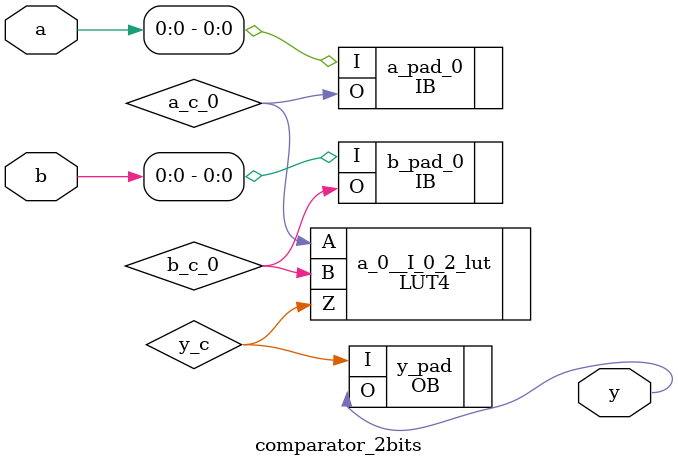
<source format=v>

module comparator_2bits (a, b, y) /* synthesis syn_module_defined=1 */ ;   // d:/rtl_fpga/vhdl/comparator_2bits/comparator_2bits.v(1[8:24])
    input [1:0]a;   // d:/rtl_fpga/vhdl/comparator_2bits/comparator_2bits.v(2[13:14])
    input [1:0]b;   // d:/rtl_fpga/vhdl/comparator_2bits/comparator_2bits.v(2[15:16])
    output y;   // d:/rtl_fpga/vhdl/comparator_2bits/comparator_2bits.v(3[8:9])
    
    
    wire a_c_0, b_c_0, y_c, VCC_net, GND_net;
    
    VHI i21 (.Z(VCC_net));
    VLO i26 (.Z(GND_net));
    OB y_pad (.I(y_c), .O(y));   // d:/rtl_fpga/vhdl/comparator_2bits/comparator_2bits.v(3[8:9])
    IB a_pad_0 (.I(a[0]), .O(a_c_0));   // d:/rtl_fpga/vhdl/comparator_2bits/comparator_2bits.v(2[13:14])
    IB b_pad_0 (.I(b[0]), .O(b_c_0));   // d:/rtl_fpga/vhdl/comparator_2bits/comparator_2bits.v(2[15:16])
    GSR GSR_INST (.GSR(VCC_net));
    PUR PUR_INST (.PUR(VCC_net));
    defparam PUR_INST.RST_PULSE = 1;
    LUT4 a_0__I_0_2_lut (.A(a_c_0), .B(b_c_0), .Z(y_c)) /* synthesis lut_function=(A (B)) */ ;   // d:/rtl_fpga/vhdl/comparator_2bits/comparator_2bits.v(5[4:11])
    defparam a_0__I_0_2_lut.init = 16'h8888;
    
endmodule
//
// Verilog Description of module PUR
// module not written out since it is a black-box. 
//


</source>
